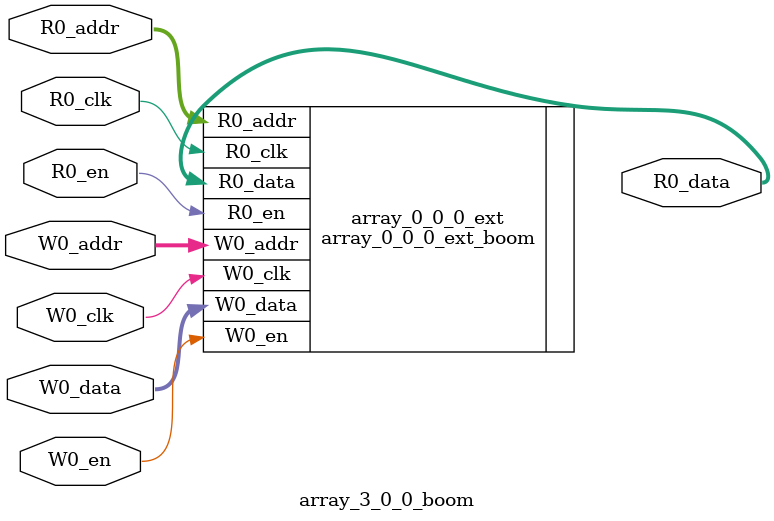
<source format=sv>
`ifndef RANDOMIZE
  `ifdef RANDOMIZE_REG_INIT
    `define RANDOMIZE
  `endif // RANDOMIZE_REG_INIT
`endif // not def RANDOMIZE
`ifndef RANDOMIZE
  `ifdef RANDOMIZE_MEM_INIT
    `define RANDOMIZE
  `endif // RANDOMIZE_MEM_INIT
`endif // not def RANDOMIZE

`ifndef RANDOM
  `define RANDOM $random
`endif // not def RANDOM

// Users can define 'PRINTF_COND' to add an extra gate to prints.
`ifndef PRINTF_COND_
  `ifdef PRINTF_COND
    `define PRINTF_COND_ (`PRINTF_COND)
  `else  // PRINTF_COND
    `define PRINTF_COND_ 1
  `endif // PRINTF_COND
`endif // not def PRINTF_COND_

// Users can define 'ASSERT_VERBOSE_COND' to add an extra gate to assert error printing.
`ifndef ASSERT_VERBOSE_COND_
  `ifdef ASSERT_VERBOSE_COND
    `define ASSERT_VERBOSE_COND_ (`ASSERT_VERBOSE_COND)
  `else  // ASSERT_VERBOSE_COND
    `define ASSERT_VERBOSE_COND_ 1
  `endif // ASSERT_VERBOSE_COND
`endif // not def ASSERT_VERBOSE_COND_

// Users can define 'STOP_COND' to add an extra gate to stop conditions.
`ifndef STOP_COND_
  `ifdef STOP_COND
    `define STOP_COND_ (`STOP_COND)
  `else  // STOP_COND
    `define STOP_COND_ 1
  `endif // STOP_COND
`endif // not def STOP_COND_

// Users can define INIT_RANDOM as general code that gets injected into the
// initializer block for modules with registers.
`ifndef INIT_RANDOM
  `define INIT_RANDOM
`endif // not def INIT_RANDOM

// If using random initialization, you can also define RANDOMIZE_DELAY to
// customize the delay used, otherwise 0.002 is used.
`ifndef RANDOMIZE_DELAY
  `define RANDOMIZE_DELAY 0.002
`endif // not def RANDOMIZE_DELAY

// Define INIT_RANDOM_PROLOG_ for use in our modules below.
`ifndef INIT_RANDOM_PROLOG_
  `ifdef RANDOMIZE
    `ifdef VERILATOR
      `define INIT_RANDOM_PROLOG_ `INIT_RANDOM
    `else  // VERILATOR
      `define INIT_RANDOM_PROLOG_ `INIT_RANDOM #`RANDOMIZE_DELAY begin end
    `endif // VERILATOR
  `else  // RANDOMIZE
    `define INIT_RANDOM_PROLOG_
  `endif // RANDOMIZE
`endif // not def INIT_RANDOM_PROLOG_

module array_3_0_0_boom(	// @[DescribedSRAM.scala:17:26]
  input  [8:0]  R0_addr,
  input         R0_en,
                R0_clk,
  input  [8:0]  W0_addr,
  input         W0_en,
                W0_clk,
  input  [63:0] W0_data,
  output [63:0] R0_data
);

  array_0_0_0_ext_boom array_0_0_0_ext (	// @[DescribedSRAM.scala:17:26]
    .R0_addr (R0_addr),
    .R0_en   (R0_en),
    .R0_clk  (R0_clk),
    .W0_addr (W0_addr),
    .W0_en   (W0_en),
    .W0_clk  (W0_clk),
    .W0_data (W0_data),
    .R0_data (R0_data)
  );
endmodule


</source>
